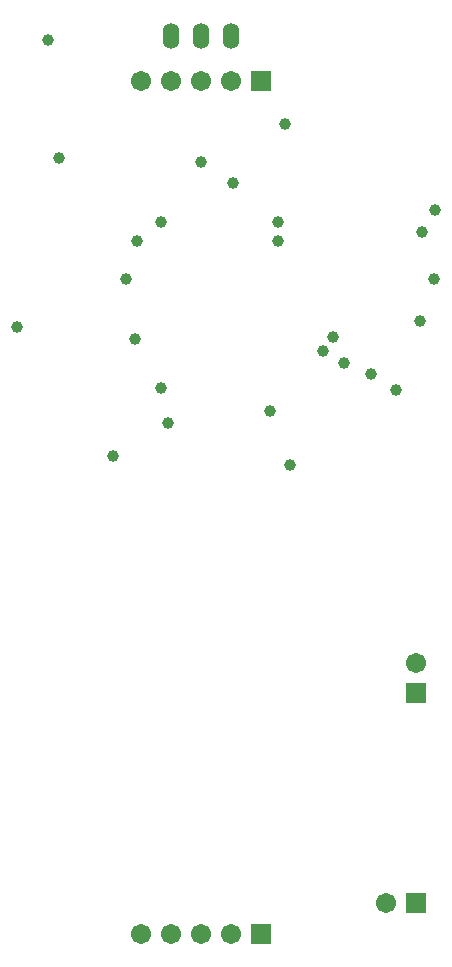
<source format=gbs>
G04 Layer_Color=8150272*
%FSAX44Y44*%
%MOMM*%
G71*
G01*
G75*
%ADD45C,1.7032*%
%ADD46R,1.7032X1.7032*%
%ADD47R,1.7032X1.7032*%
%ADD48O,1.4032X2.2032*%
%ADD49C,1.0032*%
D45*
X00199200Y00772160D02*
D03*
X00224600D02*
D03*
X00250000D02*
D03*
X00275400D02*
D03*
X00199200Y00050000D02*
D03*
X00224600D02*
D03*
X00250000D02*
D03*
X00275400D02*
D03*
X00431800Y00279400D02*
D03*
X00406400Y00076200D02*
D03*
D46*
X00300800Y00772160D02*
D03*
Y00050000D02*
D03*
X00431800Y00076200D02*
D03*
D47*
Y00254000D02*
D03*
D48*
X00224600Y00810000D02*
D03*
X00250000D02*
D03*
X00275400D02*
D03*
D49*
X00215770Y00652910D02*
D03*
X00314960Y00652780D02*
D03*
Y00636270D02*
D03*
X00195580D02*
D03*
X00093980Y00563880D02*
D03*
X00194310Y00553720D02*
D03*
X00321310Y00735330D02*
D03*
X00250190Y00703580D02*
D03*
X00435610Y00568960D02*
D03*
X00276860Y00685800D02*
D03*
X00446880Y00604360D02*
D03*
X00393850Y00524360D02*
D03*
X00415360Y00510610D02*
D03*
X00120650Y00806450D02*
D03*
X00129670Y00707260D02*
D03*
X00215770Y00511940D02*
D03*
X00308610Y00492760D02*
D03*
X00222250Y00482600D02*
D03*
X00186690Y00604520D02*
D03*
X00370840Y00533400D02*
D03*
X00448310Y00662940D02*
D03*
X00361950Y00554990D02*
D03*
X00436880Y00643890D02*
D03*
X00353060Y00543560D02*
D03*
X00325120Y00447040D02*
D03*
X00175260Y00454660D02*
D03*
M02*

</source>
